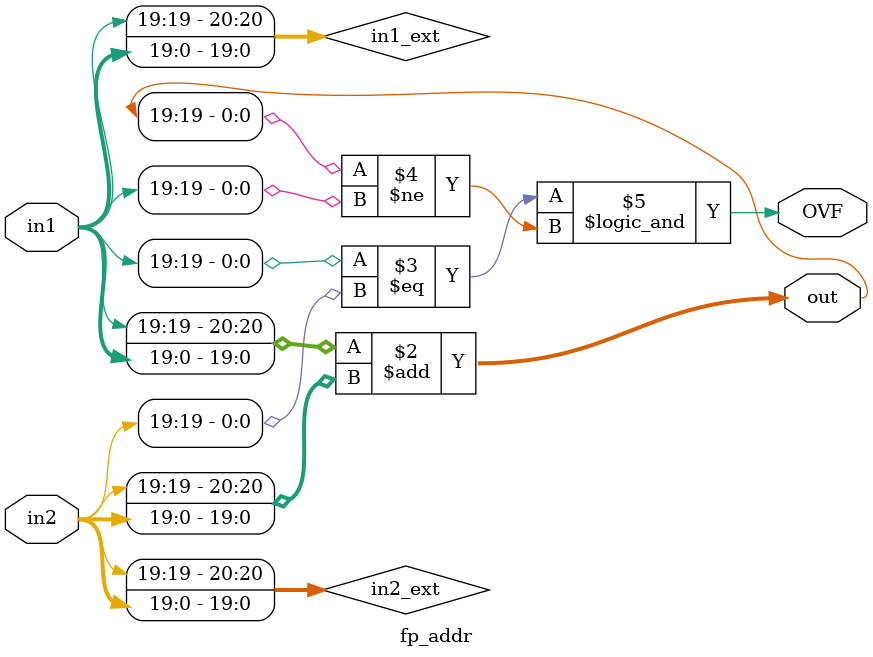
<source format=v>
`timescale 1ns / 1ps


module fp_addr #(parameter WI1 = 4, WF1 = 16, WI2 = 4, WF2 = 16, 
                     WIO = ((WI1 > WI2) ? WI1 : WI2) + 1, 
                     WFO = ((WF1 > WF2) ? WF1 : WF2))
                    (input signed[WI1+WF1-1:0] in1,
                     input signed[WI2+WF2-1:0] in2,
                     output reg signed [WIO+WFO-1:0] out,
                     output reg OVF
                    );
    
    localparam i_max = (WI1 > WI2) ? WI1 : WI2;
    localparam f_max = (WF1 > WF2) ? WF1 : WF2;
    
    reg signed [i_max+f_max:0] in1_ext;
    reg signed [i_max+f_max:0] in2_ext;

    always @* begin

        //If in1 has more fractional and integer bits, sign extend and pad in2
        if(WI1 > WI2 && WF1 > WF2) begin
            in1_ext = in1;
            in2_ext = {{(WI1-WI2){in2[WI2+WF2-1]}}, in2, {(WF1-WF2){1'b0}}};
        end
        //If in2 has more fractional and integer bits, sign extend and pad in1
        else if(WI1 < WI2 && WF1 < WF2) begin
            in1_ext = {{(WI2-WI1){in1[WI1+WF1-1]}}, in1, {(WF2-WF1){1'b0}}};
            in2_ext = in2;
        end
        //If in1 has more integer bits but in2 has more fractional bits, sign extend in2 and pad in1
         else if(WI1 > WI2 && WF1 < WF2) begin
            in1_ext = {in1, {(WF2-WF1){1'b0}}};
            in2_ext = {{(WI1-WI2){in2[WI2+WF2-1]}}, in2};
        end
        //If in2 has more integer bits but in1 has more fractional bits, sign extend in1 and pad in2
         else if(WI1 < WI2 && WF1 > WF2) begin
            in1_ext = {{(WI2-WI1){in1[WI1+WF1-1]}}, in1};
            in2_ext = {in2, {(WF1-WF2){1'b0}}};
        end
        //If in1 has more integer bits, sign extend in2
        else if(WI1 > WI2 && WF1 == WF2) begin
            in1_ext = in1;
            in2_ext = {{(WI1-WI2){in2[WI2+WF2-1]}}, in2};
        end
        //If in2 has more integer bits, sign extend in1
        else if(WI1 < WI2 && WF1 == WF2) begin
            in1_ext = {{(WI2-WI1){in1[WI1+WF1-1]}}, in1};
            in2_ext = in2;
        end
        //If in1 has more fractional bits, pad in2       
        else if(WF1 > WF2 && WI1 == WI2) begin
            in1_ext = in1;
            in2_ext = {in2, {(WF1-WF2){1'b0}}};
        end
        //If in2 has more fractional bits, pad in1 
        else if(WF1 < WF2 && WI1 == WI2) begin
            in1_ext = {in1, {(WF2-WF1){1'b0}}};
            in2_ext = in2;
        end
        //Already alinged
        else if(WI1 == WI2 && WF1 == WF2) begin
            in1_ext = in1;
            in2_ext = in2;
        end
        
        out = in1_ext + in2_ext;
        
        //Checks to see if input sign bit matches output sign bit
        OVF = ((in1_ext[i_max+f_max-1]) == (in2_ext[i_max+f_max-1])) 
            && (out[i_max+f_max-1] != (in1_ext[i_max+f_max-1]));   
            
    end               
endmodule
</source>
